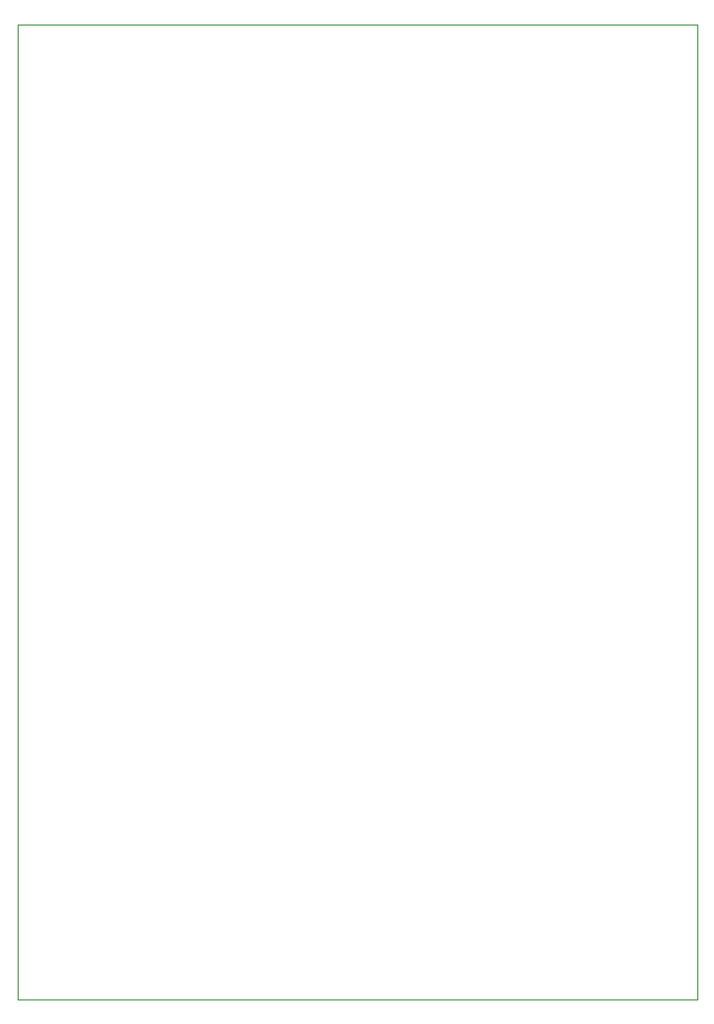
<source format=gbr>
%TF.GenerationSoftware,KiCad,Pcbnew,(5.1.10)-1*%
%TF.CreationDate,2022-04-15T10:12:12-07:00*%
%TF.ProjectId,SensorSuiteBoard,53656e73-6f72-4537-9569-7465426f6172,1.0*%
%TF.SameCoordinates,Original*%
%TF.FileFunction,Profile,NP*%
%FSLAX46Y46*%
G04 Gerber Fmt 4.6, Leading zero omitted, Abs format (unit mm)*
G04 Created by KiCad (PCBNEW (5.1.10)-1) date 2022-04-15 10:12:12*
%MOMM*%
%LPD*%
G01*
G04 APERTURE LIST*
%TA.AperFunction,Profile*%
%ADD10C,0.050000*%
%TD*%
G04 APERTURE END LIST*
D10*
X120650000Y-21590000D02*
X120650000Y-105664000D01*
X179324000Y-21590000D02*
X120650000Y-21590000D01*
X179324000Y-105664000D02*
X179324000Y-21590000D01*
X120650000Y-105664000D02*
X179324000Y-105664000D01*
M02*

</source>
